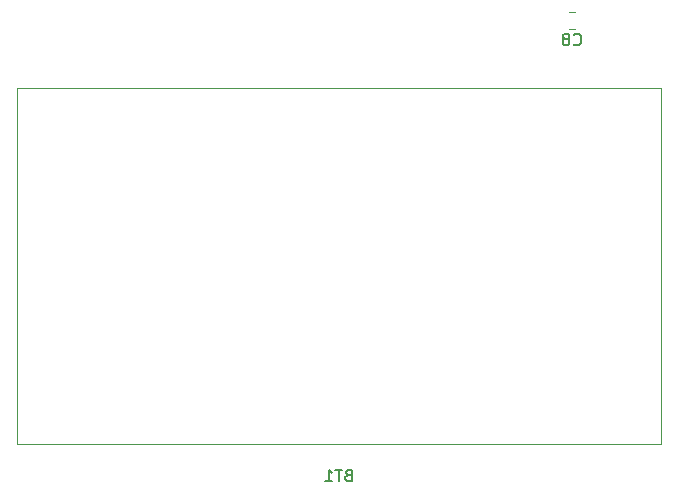
<source format=gbr>
G04 #@! TF.GenerationSoftware,KiCad,Pcbnew,(5.0.2)-1*
G04 #@! TF.CreationDate,2019-04-21T19:49:24-04:00*
G04 #@! TF.ProjectId,_saved__saved_tDCS,5f736176-6564-45f5-9f73-617665645f74,rev?*
G04 #@! TF.SameCoordinates,Original*
G04 #@! TF.FileFunction,Legend,Bot*
G04 #@! TF.FilePolarity,Positive*
%FSLAX46Y46*%
G04 Gerber Fmt 4.6, Leading zero omitted, Abs format (unit mm)*
G04 Created by KiCad (PCBNEW (5.0.2)-1) date 4/21/2019 7:49:24 PM*
%MOMM*%
%LPD*%
G01*
G04 APERTURE LIST*
%ADD10C,0.120000*%
%ADD11C,0.150000*%
G04 APERTURE END LIST*
D10*
G04 #@! TO.C,C8*
X250891422Y-89460000D02*
X251408578Y-89460000D01*
X250891422Y-88040000D02*
X251408578Y-88040000D01*
G04 #@! TO.C,BT1*
X204150000Y-124625000D02*
X258650000Y-124625000D01*
X258650000Y-124625000D02*
X258650000Y-94425000D01*
X258650000Y-94425000D02*
X204150000Y-94425000D01*
X204150000Y-94425000D02*
X204150000Y-124625000D01*
G04 #@! TO.C,C8*
D11*
X251316666Y-90757142D02*
X251364285Y-90804761D01*
X251507142Y-90852380D01*
X251602380Y-90852380D01*
X251745238Y-90804761D01*
X251840476Y-90709523D01*
X251888095Y-90614285D01*
X251935714Y-90423809D01*
X251935714Y-90280952D01*
X251888095Y-90090476D01*
X251840476Y-89995238D01*
X251745238Y-89900000D01*
X251602380Y-89852380D01*
X251507142Y-89852380D01*
X251364285Y-89900000D01*
X251316666Y-89947619D01*
X250745238Y-90280952D02*
X250840476Y-90233333D01*
X250888095Y-90185714D01*
X250935714Y-90090476D01*
X250935714Y-90042857D01*
X250888095Y-89947619D01*
X250840476Y-89900000D01*
X250745238Y-89852380D01*
X250554761Y-89852380D01*
X250459523Y-89900000D01*
X250411904Y-89947619D01*
X250364285Y-90042857D01*
X250364285Y-90090476D01*
X250411904Y-90185714D01*
X250459523Y-90233333D01*
X250554761Y-90280952D01*
X250745238Y-90280952D01*
X250840476Y-90328571D01*
X250888095Y-90376190D01*
X250935714Y-90471428D01*
X250935714Y-90661904D01*
X250888095Y-90757142D01*
X250840476Y-90804761D01*
X250745238Y-90852380D01*
X250554761Y-90852380D01*
X250459523Y-90804761D01*
X250411904Y-90757142D01*
X250364285Y-90661904D01*
X250364285Y-90471428D01*
X250411904Y-90376190D01*
X250459523Y-90328571D01*
X250554761Y-90280952D01*
G04 #@! TO.C,BT1*
X232205714Y-127233571D02*
X232062857Y-127281190D01*
X232015238Y-127328809D01*
X231967619Y-127424047D01*
X231967619Y-127566904D01*
X232015238Y-127662142D01*
X232062857Y-127709761D01*
X232158095Y-127757380D01*
X232539047Y-127757380D01*
X232539047Y-126757380D01*
X232205714Y-126757380D01*
X232110476Y-126805000D01*
X232062857Y-126852619D01*
X232015238Y-126947857D01*
X232015238Y-127043095D01*
X232062857Y-127138333D01*
X232110476Y-127185952D01*
X232205714Y-127233571D01*
X232539047Y-127233571D01*
X231681904Y-126757380D02*
X231110476Y-126757380D01*
X231396190Y-127757380D02*
X231396190Y-126757380D01*
X230253333Y-127757380D02*
X230824761Y-127757380D01*
X230539047Y-127757380D02*
X230539047Y-126757380D01*
X230634285Y-126900238D01*
X230729523Y-126995476D01*
X230824761Y-127043095D01*
G04 #@! TD*
M02*

</source>
